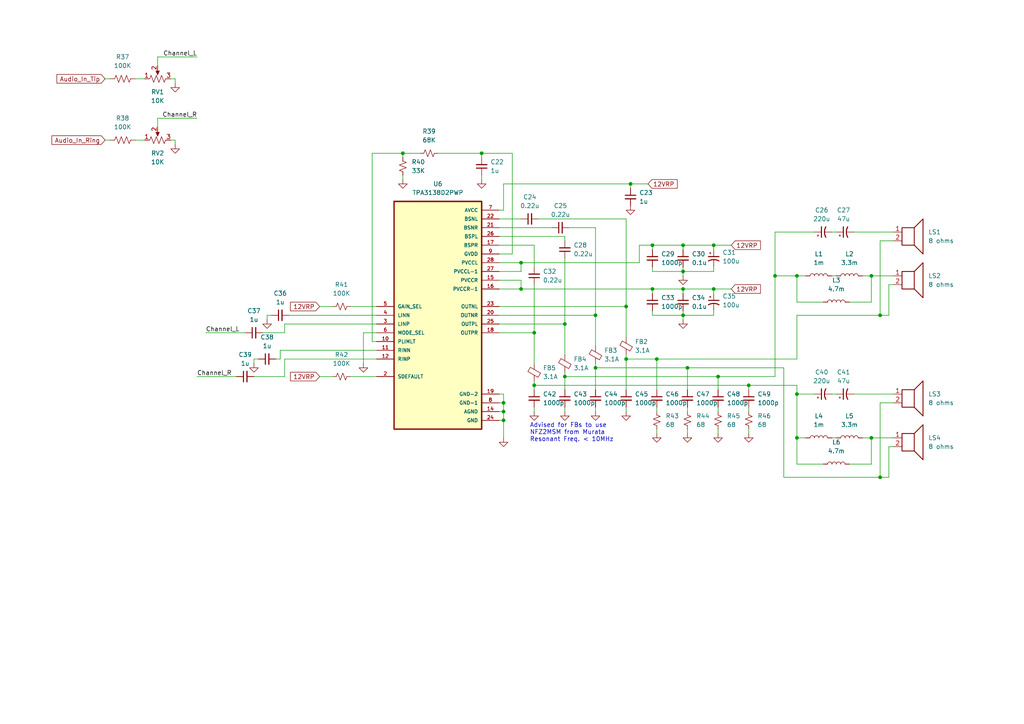
<source format=kicad_sch>
(kicad_sch (version 20211123) (generator eeschema)
  (paper "A4")
  (lib_symbols
    (symbol "Device:C_Polarized_Small_US" (pin_numbers hide) (pin_names (offset 0.254) hide)
      (property "Reference" "C" (at 0.254 1.778 0))
      (property "Value" "C_Polarized_Small_US" (at 0.254 -2.032 0))
      (symbol "C_Polarized_Small_US_0_1"
        (polyline (pts (xy -1.524 0.508) (xy 1.524 0.508)) (stroke (width 0.3048)))
        (polyline (pts (xy -1.27 1.524) (xy -0.762 1.524)))
        (polyline (pts (xy -1.016 1.27) (xy -1.016 1.778)))
        (arc (start 1.524 -0.762) (mid 0 -0.3734) (end -1.524 -0.762) (stroke (width 0.3048)))
      )
      (symbol "C_Polarized_Small_US_1_1"
        (pin passive line (at 0 2.54 270) (length 2.032) (name "~") (number "1"))
        (pin passive line (at 0 -2.54 90) (length 2.032) (name "~") (number "2"))
      )
    )
    (symbol "Device:C_Small" (pin_numbers hide) (pin_names (offset 0.254) hide)
      (property "Reference" "C" (at 0.254 1.778 0))
      (property "Value" "C_Small" (at 0.254 -2.032 0))
      (symbol "C_Small_0_1"
        (polyline (pts (xy -1.524 -0.508) (xy 1.524 -0.508)) (stroke (width 0.3302)))
        (polyline (pts (xy -1.524 0.508) (xy 1.524 0.508)) (stroke (width 0.3048)))
      )
      (symbol "C_Small_1_1"
        (pin passive line (at 0 2.54 270) (length 2.032) (name "~") (number "1"))
        (pin passive line (at 0 -2.54 90) (length 2.032) (name "~") (number "2"))
      )
    )
    (symbol "Device:FerriteBead_Small" (pin_numbers hide) (pin_names (offset 0))
      (property "Reference" "FB" (at 1.905 1.27 0))
      (property "Value" "FerriteBead_Small" (at 1.905 -1.27 0))
      (symbol "FerriteBead_Small_0_1"
        (polyline (pts (xy 0 -1.27) (xy 0 -0.7874)))
        (polyline (pts (xy 0 0.889) (xy 0 1.2954)))
        (polyline (pts (xy -1.8288 0.2794) (xy -1.1176 1.4986) (xy 1.8288 -0.2032) (xy 1.1176 -1.4224) (xy -1.8288 0.2794)))
      )
      (symbol "FerriteBead_Small_1_1"
        (pin passive line (at 0 2.54 270) (length 1.27) (name "~") (number "1"))
        (pin passive line (at 0 -2.54 90) (length 1.27) (name "~") (number "2"))
      )
    )
    (symbol "Device:L" (pin_numbers hide) (pin_names (offset 1.016) hide)
      (property "Reference" "L" (at -1.27 0 90))
      (property "Value" "L" (at 1.905 0 90))
      (symbol "L_0_1"
        (arc (start 0 -2.54) (mid 0.635 -1.905) (end 0 -1.27))
        (arc (start 0 -1.27) (mid 0.635 -0.635) (end 0 0))
        (arc (start 0 0) (mid 0.635 0.635) (end 0 1.27))
        (arc (start 0 1.27) (mid 0.635 1.905) (end 0 2.54))
      )
      (symbol "L_1_1"
        (pin passive line (at 0 3.81 270) (length 1.27) (name "1") (number "1"))
        (pin passive line (at 0 -3.81 90) (length 1.27) (name "2") (number "2"))
      )
    )
    (symbol "Device:R_Potentiometer_US" (pin_names (offset 1.016) hide)
      (property "Reference" "RV" (at -4.445 0 90))
      (property "Value" "R_Potentiometer_US" (at -2.54 0 90))
      (symbol "R_Potentiometer_US_0_1"
        (polyline (pts (xy 0 -2.286) (xy 0 -2.54)))
        (polyline (pts (xy 0 2.54) (xy 0 2.286)))
        (polyline (pts (xy 2.54 0) (xy 1.524 0)))
        (polyline (pts (xy 1.143 0) (xy 2.286 0.508) (xy 2.286 -0.508) (xy 1.143 0)) (fill (type outline)))
        (polyline (pts (xy 0 -0.762) (xy 1.016 -1.143) (xy 0 -1.524) (xy -1.016 -1.905) (xy 0 -2.286)))
        (polyline (pts (xy 0 0.762) (xy 1.016 0.381) (xy 0 0) (xy -1.016 -0.381) (xy 0 -0.762)))
        (polyline (pts (xy 0 2.286) (xy 1.016 1.905) (xy 0 1.524) (xy -1.016 1.143) (xy 0 0.762)))
      )
      (symbol "R_Potentiometer_US_1_1"
        (pin passive line (at 0 3.81 270) (length 1.27) (name "1") (number "1"))
        (pin passive line (at 3.81 0 180) (length 1.27) (name "2") (number "2"))
        (pin passive line (at 0 -3.81 90) (length 1.27) (name "3") (number "3"))
      )
    )
    (symbol "Device:R_Small_US" (pin_numbers hide) (pin_names (offset 0.254) hide)
      (property "Reference" "R" (at 0.762 0.508 0))
      (property "Value" "R_Small_US" (at 0.762 -1.016 0))
      (symbol "R_Small_US_1_1"
        (polyline (pts (xy 0 0) (xy 1.016 -0.381) (xy 0 -0.762) (xy -1.016 -1.143) (xy 0 -1.524)))
        (polyline (pts (xy 0 1.524) (xy 1.016 1.143) (xy 0 0.762) (xy -1.016 0.381) (xy 0 0)))
        (pin passive line (at 0 2.54 270) (length 1.016) (name "~") (number "1"))
        (pin passive line (at 0 -2.54 90) (length 1.016) (name "~") (number "2"))
      )
    )
    (symbol "Device:R_US" (pin_numbers hide) (pin_names (offset 0))
      (property "Reference" "R" (at 2.54 0 90))
      (property "Value" "R_US" (at -2.54 0 90))
      (symbol "R_US_0_1"
        (polyline (pts (xy 0 -2.286) (xy 0 -2.54)))
        (polyline (pts (xy 0 2.286) (xy 0 2.54)))
        (polyline (pts (xy 0 -0.762) (xy 1.016 -1.143) (xy 0 -1.524) (xy -1.016 -1.905) (xy 0 -2.286)))
        (polyline (pts (xy 0 0.762) (xy 1.016 0.381) (xy 0 0) (xy -1.016 -0.381) (xy 0 -0.762)))
        (polyline (pts (xy 0 2.286) (xy 1.016 1.905) (xy 0 1.524) (xy -1.016 1.143) (xy 0 0.762)))
      )
      (symbol "R_US_1_1"
        (pin passive line (at 0 3.81 270) (length 1.27) (name "~") (number "1"))
        (pin passive line (at 0 -3.81 90) (length 1.27) (name "~") (number "2"))
      )
    )
    (symbol "Device:Speaker" (pin_names (offset 0) hide)
      (property "Reference" "LS" (at 1.27 5.715 0))
      (property "Value" "Speaker" (at 1.27 3.81 0))
      (symbol "Speaker_0_0"
        (rectangle (start -2.54 1.27) (end 1.016 -3.81) (stroke (width 0.254)))
        (polyline (pts (xy 1.016 1.27) (xy 3.556 3.81) (xy 3.556 -6.35) (xy 1.016 -3.81)) (stroke (width 0.254)))
      )
      (symbol "Speaker_1_1"
        (pin input line (at -5.08 0 0) (length 2.54) (name "1") (number "1"))
        (pin input line (at -5.08 -2.54 0) (length 2.54) (name "2") (number "2"))
      )
    )
    (symbol "Specifics:TPA3138D2PWP" (pin_names (offset 1.016))
      (property "Reference" "U" (at -12.7 34.02 0))
      (property "Value" "TPA3138D2PWP" (at -12.7 -37.02 0))
      (symbol "TPA3138D2PWP_0_0"
        (rectangle (start -12.7 -33.02) (end 12.7 33.02) (stroke (width 0.41)) (fill (type background)))
        (pin input line (at -17.78 -7.62 0) (length 5.08) (name "PLIMLT") (number "10"))
        (pin input line (at -17.78 -10.16 0) (length 5.08) (name "RINN") (number "11"))
        (pin input line (at -17.78 -12.7 0) (length 5.08) (name "RINP") (number "12"))
        (pin power_in line (at 17.78 -27.94 180) (length 5.08) (name "AGND") (number "14"))
        (pin power_in line (at 17.78 10.16 180) (length 5.08) (name "PVCCR") (number "15"))
        (pin power_in line (at 17.78 7.62 180) (length 5.08) (name "PVCCR-1") (number "16"))
        (pin power_in line (at 17.78 20.32 180) (length 5.08) (name "BSPR") (number "17"))
        (pin output line (at 17.78 -5.08 180) (length 5.08) (name "OUTPR") (number "18"))
        (pin power_in line (at 17.78 -22.86 180) (length 5.08) (name "GND-2") (number "19"))
        (pin bidirectional line (at -17.78 -17.78 0) (length 5.08) (name "SDEFAULT") (number "2"))
        (pin output line (at 17.78 0 180) (length 5.08) (name "OUTNR") (number "20"))
        (pin power_in line (at 17.78 25.4 180) (length 5.08) (name "BSNR") (number "21"))
        (pin power_in line (at 17.78 27.94 180) (length 5.08) (name "BSNL") (number "22"))
        (pin output line (at 17.78 2.54 180) (length 5.08) (name "OUTNL") (number "23"))
        (pin power_in line (at 17.78 -30.48 180) (length 5.08) (name "GND") (number "24"))
        (pin output line (at 17.78 -2.54 180) (length 5.08) (name "OUTPL") (number "25"))
        (pin power_in line (at 17.78 22.86 180) (length 5.08) (name "BSPL") (number "26"))
        (pin power_in line (at 17.78 12.7 180) (length 5.08) (name "PVCCL-1") (number "27"))
        (pin power_in line (at 17.78 15.24 180) (length 5.08) (name "PVCCL") (number "28"))
        (pin input line (at -17.78 -2.54 0) (length 5.08) (name "LINP") (number "3"))
        (pin input line (at -17.78 0 0) (length 5.08) (name "LINN") (number "4"))
        (pin input line (at -17.78 2.54 0) (length 5.08) (name "GAIN_SEL") (number "5"))
        (pin input line (at -17.78 -5.08 0) (length 5.08) (name "MODE_SEL") (number "6"))
        (pin power_in line (at 17.78 30.48 180) (length 5.08) (name "AVCC") (number "7"))
        (pin power_in line (at 17.78 -25.4 180) (length 5.08) (name "GND-1") (number "8"))
        (pin power_in line (at 17.78 17.78 180) (length 5.08) (name "GVDD") (number "9"))
      )
    )
    (symbol "power:GND" (power) (pin_names (offset 0))
      (property "Value" "GND" (at 0 -3.81 0))
      (symbol "GND_0_1"
        (polyline (pts (xy 0 0) (xy 0 -1.27) (xy 1.27 -1.27) (xy 0 -2.54) (xy -1.27 -1.27) (xy 0 -1.27)))
      )
      (symbol "GND_1_1"
        (pin power_in line (at 0 0 270) (length 0) hide (name "GND") (number "1"))
      )
    )
  )
  (junction (at 231.14 114.3))
  (junction (at 181.61 104.14))
  (junction (at 217.17 111.76))
  (junction (at 172.72 106.68))
  (junction (at 198.12 71.12))
  (junction (at 116.84 44.45))
  (junction (at 182.88 53.34))
  (junction (at 172.72 91.44))
  (junction (at 207.01 83.82))
  (junction (at 207.01 71.12))
  (junction (at 163.83 109.22))
  (junction (at 252.73 127))
  (junction (at 224.79 80.01))
  (junction (at 231.14 127))
  (junction (at 146.05 116.84))
  (junction (at 139.7 44.45))
  (junction (at 199.39 106.68))
  (junction (at 163.83 93.98))
  (junction (at 151.13 83.82))
  (junction (at 198.12 83.82))
  (junction (at 146.05 119.38))
  (junction (at 154.94 96.52))
  (junction (at 255.27 91.44))
  (junction (at 151.13 76.2))
  (junction (at 189.23 83.82))
  (junction (at 252.73 80.01))
  (junction (at 198.12 91.44))
  (junction (at 208.28 109.22))
  (junction (at 189.23 71.12))
  (junction (at 154.94 111.76))
  (junction (at 255.27 138.43))
  (junction (at 181.61 88.9))
  (junction (at 198.12 78.74))
  (junction (at 231.14 80.01))
  (junction (at 190.5 104.14))
  (junction (at 146.05 121.92))
  (wire (pts (xy 198.12 71.12) (xy 189.23 71.12)))
  (wire (pts (xy 217.17 111.76) (xy 217.17 113.03)))
  (wire (pts (xy 148.59 73.66) (xy 148.59 44.45)))
  (wire (pts (xy 255.27 138.43) (xy 255.27 116.84)))
  (wire (pts (xy 255.27 91.44) (xy 257.81 91.44)))
  (wire (pts (xy 73.66 104.14) (xy 73.66 105.41)))
  (wire (pts (xy 231.14 87.63) (xy 231.14 80.01)))
  (wire (pts (xy 154.94 82.55) (xy 154.94 96.52)))
  (wire (pts (xy 255.27 138.43) (xy 257.81 138.43)))
  (wire (pts (xy 144.78 76.2) (xy 151.13 76.2)))
  (wire (pts (xy 189.23 71.12) (xy 189.23 72.39)))
  (wire (pts (xy 199.39 106.68) (xy 227.33 106.68)))
  (wire (pts (xy 151.13 78.74) (xy 151.13 76.2)))
  (wire (pts (xy 238.76 134.62) (xy 231.14 134.62)))
  (wire (pts (xy 116.84 44.45) (xy 121.92 44.45)))
  (wire (pts (xy 207.01 83.82) (xy 207.01 85.09)))
  (wire (pts (xy 181.61 102.87) (xy 181.61 104.14)))
  (wire (pts (xy 151.13 83.82) (xy 189.23 83.82)))
  (wire (pts (xy 247.65 114.3) (xy 259.08 114.3)))
  (wire (pts (xy 39.37 40.64) (xy 41.91 40.64)))
  (wire (pts (xy 189.23 78.74) (xy 198.12 78.74)))
  (wire (pts (xy 156.21 63.5) (xy 181.61 63.5)))
  (wire (pts (xy 144.78 91.44) (xy 172.72 91.44)))
  (wire (pts (xy 82.55 104.14) (xy 82.55 109.22)))
  (wire (pts (xy 207.01 91.44) (xy 198.12 91.44)))
  (wire (pts (xy 182.88 54.61) (xy 182.88 53.34)))
  (wire (pts (xy 172.72 106.68) (xy 199.39 106.68)))
  (wire (pts (xy 198.12 91.44) (xy 198.12 92.71)))
  (wire (pts (xy 255.27 69.85) (xy 259.08 69.85)))
  (wire (pts (xy 238.76 87.63) (xy 231.14 87.63)))
  (wire (pts (xy 83.82 91.44) (xy 109.22 91.44)))
  (wire (pts (xy 207.01 78.74) (xy 198.12 78.74)))
  (wire (pts (xy 198.12 83.82) (xy 198.12 85.09)))
  (wire (pts (xy 146.05 116.84) (xy 146.05 119.38)))
  (wire (pts (xy 190.5 124.46) (xy 190.5 125.73)))
  (wire (pts (xy 144.78 88.9) (xy 181.61 88.9)))
  (wire (pts (xy 217.17 118.11) (xy 217.17 119.38)))
  (wire (pts (xy 252.73 134.62) (xy 252.73 127)))
  (wire (pts (xy 163.83 118.11) (xy 163.83 119.38)))
  (wire (pts (xy 144.78 116.84) (xy 146.05 116.84)))
  (wire (pts (xy 172.72 106.68) (xy 172.72 113.03)))
  (wire (pts (xy 78.74 91.44) (xy 77.47 91.44)))
  (wire (pts (xy 241.3 67.31) (xy 242.57 67.31)))
  (wire (pts (xy 241.3 80.01) (xy 242.57 80.01)))
  (wire (pts (xy 154.94 96.52) (xy 154.94 105.41)))
  (wire (pts (xy 50.8 24.13) (xy 50.8 22.86)))
  (wire (pts (xy 257.81 129.54) (xy 259.08 129.54)))
  (wire (pts (xy 189.23 91.44) (xy 198.12 91.44)))
  (wire (pts (xy 154.94 111.76) (xy 217.17 111.76)))
  (wire (pts (xy 73.66 109.22) (xy 82.55 109.22)))
  (wire (pts (xy 50.8 22.86) (xy 49.53 22.86)))
  (wire (pts (xy 146.05 121.92) (xy 146.05 127)))
  (wire (pts (xy 163.83 68.58) (xy 163.83 69.85)))
  (wire (pts (xy 236.22 114.3) (xy 231.14 114.3)))
  (wire (pts (xy 207.01 77.47) (xy 207.01 78.74)))
  (wire (pts (xy 236.22 67.31) (xy 224.79 67.31)))
  (wire (pts (xy 144.78 81.28) (xy 151.13 81.28)))
  (wire (pts (xy 208.28 124.46) (xy 208.28 125.73)))
  (wire (pts (xy 81.28 101.6) (xy 109.22 101.6)))
  (wire (pts (xy 144.78 66.04) (xy 160.02 66.04)))
  (wire (pts (xy 144.78 60.96) (xy 146.05 60.96)))
  (wire (pts (xy 144.78 93.98) (xy 163.83 93.98)))
  (wire (pts (xy 82.55 104.14) (xy 109.22 104.14)))
  (wire (pts (xy 144.78 96.52) (xy 154.94 96.52)))
  (wire (pts (xy 146.05 60.96) (xy 146.05 53.34)))
  (wire (pts (xy 247.65 67.31) (xy 259.08 67.31)))
  (wire (pts (xy 50.8 41.91) (xy 50.8 40.64)))
  (wire (pts (xy 30.48 40.64) (xy 31.75 40.64)))
  (wire (pts (xy 198.12 90.17) (xy 198.12 91.44)))
  (wire (pts (xy 154.94 111.76) (xy 154.94 113.03)))
  (wire (pts (xy 45.72 19.05) (xy 45.72 16.51)))
  (wire (pts (xy 231.14 134.62) (xy 231.14 127)))
  (wire (pts (xy 148.59 44.45) (xy 139.7 44.45)))
  (wire (pts (xy 252.73 127) (xy 250.19 127)))
  (wire (pts (xy 144.78 68.58) (xy 163.83 68.58)))
  (wire (pts (xy 231.14 80.01) (xy 233.68 80.01)))
  (wire (pts (xy 92.71 109.22) (xy 96.52 109.22)))
  (wire (pts (xy 227.33 138.43) (xy 255.27 138.43)))
  (wire (pts (xy 144.78 121.92) (xy 146.05 121.92)))
  (wire (pts (xy 81.28 104.14) (xy 81.28 101.6)))
  (wire (pts (xy 181.61 113.03) (xy 181.61 104.14)))
  (wire (pts (xy 116.84 44.45) (xy 116.84 45.72)))
  (wire (pts (xy 241.3 127) (xy 242.57 127)))
  (wire (pts (xy 163.83 107.95) (xy 163.83 109.22)))
  (wire (pts (xy 198.12 78.74) (xy 198.12 80.01)))
  (wire (pts (xy 50.8 40.64) (xy 49.53 40.64)))
  (wire (pts (xy 181.61 118.11) (xy 181.61 119.38)))
  (wire (pts (xy 241.3 114.3) (xy 242.57 114.3)))
  (wire (pts (xy 82.55 93.98) (xy 109.22 93.98)))
  (wire (pts (xy 139.7 45.72) (xy 139.7 44.45)))
  (wire (pts (xy 139.7 44.45) (xy 127 44.45)))
  (wire (pts (xy 185.42 71.12) (xy 189.23 71.12)))
  (wire (pts (xy 144.78 63.5) (xy 151.13 63.5)))
  (wire (pts (xy 172.72 118.11) (xy 172.72 119.38)))
  (wire (pts (xy 146.05 53.34) (xy 182.88 53.34)))
  (wire (pts (xy 190.5 104.14) (xy 190.5 113.03)))
  (wire (pts (xy 163.83 109.22) (xy 163.83 113.03)))
  (wire (pts (xy 105.41 96.52) (xy 105.41 105.41)))
  (wire (pts (xy 207.01 71.12) (xy 207.01 72.39)))
  (wire (pts (xy 252.73 87.63) (xy 252.73 80.01)))
  (wire (pts (xy 257.81 91.44) (xy 257.81 82.55)))
  (wire (pts (xy 189.23 77.47) (xy 189.23 78.74)))
  (wire (pts (xy 181.61 104.14) (xy 190.5 104.14)))
  (wire (pts (xy 185.42 76.2) (xy 151.13 76.2)))
  (wire (pts (xy 231.14 111.76) (xy 217.17 111.76)))
  (wire (pts (xy 80.01 104.14) (xy 81.28 104.14)))
  (wire (pts (xy 146.05 119.38) (xy 146.05 121.92)))
  (wire (pts (xy 189.23 90.17) (xy 189.23 91.44)))
  (wire (pts (xy 144.78 78.74) (xy 151.13 78.74)))
  (wire (pts (xy 199.39 106.68) (xy 199.39 113.03)))
  (wire (pts (xy 76.2 96.52) (xy 82.55 96.52)))
  (wire (pts (xy 212.09 71.12) (xy 207.01 71.12)))
  (wire (pts (xy 116.84 50.8) (xy 116.84 52.07)))
  (wire (pts (xy 109.22 99.06) (xy 107.95 99.06)))
  (wire (pts (xy 39.37 22.86) (xy 41.91 22.86)))
  (wire (pts (xy 190.5 118.11) (xy 190.5 119.38)))
  (wire (pts (xy 109.22 96.52) (xy 105.41 96.52)))
  (wire (pts (xy 185.42 76.2) (xy 185.42 71.12)))
  (wire (pts (xy 257.81 138.43) (xy 257.81 129.54)))
  (wire (pts (xy 154.94 71.12) (xy 144.78 71.12)))
  (wire (pts (xy 255.27 91.44) (xy 255.27 69.85)))
  (wire (pts (xy 198.12 83.82) (xy 189.23 83.82)))
  (wire (pts (xy 224.79 80.01) (xy 224.79 109.22)))
  (wire (pts (xy 45.72 34.29) (xy 57.15 34.29)))
  (wire (pts (xy 252.73 80.01) (xy 250.19 80.01)))
  (wire (pts (xy 207.01 71.12) (xy 198.12 71.12)))
  (wire (pts (xy 199.39 124.46) (xy 199.39 125.73)))
  (wire (pts (xy 181.61 88.9) (xy 181.61 97.79)))
  (wire (pts (xy 231.14 91.44) (xy 255.27 91.44)))
  (wire (pts (xy 224.79 80.01) (xy 231.14 80.01)))
  (wire (pts (xy 101.6 109.22) (xy 109.22 109.22)))
  (wire (pts (xy 144.78 73.66) (xy 148.59 73.66)))
  (wire (pts (xy 198.12 71.12) (xy 198.12 72.39)))
  (wire (pts (xy 212.09 83.82) (xy 207.01 83.82)))
  (wire (pts (xy 107.95 44.45) (xy 116.84 44.45)))
  (wire (pts (xy 231.14 127) (xy 233.68 127)))
  (wire (pts (xy 163.83 93.98) (xy 163.83 102.87)))
  (wire (pts (xy 154.94 118.11) (xy 154.94 119.38)))
  (wire (pts (xy 45.72 36.83) (xy 45.72 34.29)))
  (wire (pts (xy 182.88 53.34) (xy 187.96 53.34)))
  (wire (pts (xy 246.38 134.62) (xy 252.73 134.62)))
  (wire (pts (xy 107.95 99.06) (xy 107.95 44.45)))
  (wire (pts (xy 59.69 96.52) (xy 71.12 96.52)))
  (wire (pts (xy 163.83 74.93) (xy 163.83 93.98)))
  (wire (pts (xy 172.72 66.04) (xy 172.72 91.44)))
  (wire (pts (xy 189.23 83.82) (xy 189.23 85.09)))
  (wire (pts (xy 139.7 52.07) (xy 139.7 50.8)))
  (wire (pts (xy 231.14 114.3) (xy 231.14 127)))
  (wire (pts (xy 181.61 63.5) (xy 181.61 88.9)))
  (wire (pts (xy 252.73 127) (xy 259.08 127)))
  (wire (pts (xy 255.27 116.84) (xy 259.08 116.84)))
  (wire (pts (xy 231.14 104.14) (xy 231.14 91.44)))
  (wire (pts (xy 199.39 118.11) (xy 199.39 119.38)))
  (wire (pts (xy 217.17 124.46) (xy 217.17 125.73)))
  (wire (pts (xy 101.6 88.9) (xy 109.22 88.9)))
  (wire (pts (xy 207.01 83.82) (xy 198.12 83.82)))
  (wire (pts (xy 151.13 81.28) (xy 151.13 83.82)))
  (wire (pts (xy 163.83 109.22) (xy 208.28 109.22)))
  (wire (pts (xy 207.01 90.17) (xy 207.01 91.44)))
  (wire (pts (xy 82.55 96.52) (xy 82.55 93.98)))
  (wire (pts (xy 146.05 114.3) (xy 146.05 116.84)))
  (wire (pts (xy 172.72 105.41) (xy 172.72 106.68)))
  (wire (pts (xy 30.48 22.86) (xy 31.75 22.86)))
  (wire (pts (xy 154.94 77.47) (xy 154.94 71.12)))
  (wire (pts (xy 190.5 104.14) (xy 231.14 104.14)))
  (wire (pts (xy 45.72 16.51) (xy 57.15 16.51)))
  (wire (pts (xy 208.28 118.11) (xy 208.28 119.38)))
  (wire (pts (xy 74.93 104.14) (xy 73.66 104.14)))
  (wire (pts (xy 144.78 119.38) (xy 146.05 119.38)))
  (wire (pts (xy 224.79 109.22) (xy 208.28 109.22)))
  (wire (pts (xy 252.73 80.01) (xy 259.08 80.01)))
  (wire (pts (xy 198.12 77.47) (xy 198.12 78.74)))
  (wire (pts (xy 172.72 91.44) (xy 172.72 100.33)))
  (wire (pts (xy 227.33 138.43) (xy 227.33 106.68)))
  (wire (pts (xy 92.71 88.9) (xy 96.52 88.9)))
  (wire (pts (xy 231.14 114.3) (xy 231.14 111.76)))
  (wire (pts (xy 246.38 87.63) (xy 252.73 87.63)))
  (wire (pts (xy 208.28 109.22) (xy 208.28 113.03)))
  (wire (pts (xy 154.94 110.49) (xy 154.94 111.76)))
  (wire (pts (xy 57.15 109.22) (xy 68.58 109.22)))
  (wire (pts (xy 165.1 66.04) (xy 172.72 66.04)))
  (wire (pts (xy 257.81 82.55) (xy 259.08 82.55)))
  (wire (pts (xy 144.78 114.3) (xy 146.05 114.3)))
  (wire (pts (xy 224.79 67.31) (xy 224.79 80.01)))
  (wire (pts (xy 77.47 91.44) (xy 77.47 92.71)))
  (wire (pts (xy 144.78 83.82) (xy 151.13 83.82)))
  (text "Advised for FBs to use\nNFZ2MSM from Murata\nResonant Freq. < 10MHz" (at 153.67 128.27 0) (effects (font (size 1.27 1.27)) (justify left bottom)))
  (label "Channel_R" (at 57.15 109.22 0))
  (label "Channel_R" (at 57.15 34.29 180))
  (label "Channel_L" (at 57.15 16.51 180))
  (label "Channel_L" (at 59.69 96.52 0))
  (global_label "Audio_In_Ring" (shape input) (at 30.48 40.64 180) (property "Intersheet References" "${INTERSHEET_REFS}" (effects hide)))
  (global_label "12VRP" (shape input) (at 92.71 88.9 180) (property "Intersheet References" "${INTERSHEET_REFS}" (effects hide)))
  (global_label "12VRP" (shape input) (at 212.09 83.82 0) (property "Intersheet References" "${INTERSHEET_REFS}" (effects hide)))
  (global_label "12VRP" (shape input) (at 92.71 109.22 180) (property "Intersheet References" "${INTERSHEET_REFS}" (effects hide)))
  (global_label "12VRP" (shape input) (at 212.09 71.12 0) (property "Intersheet References" "${INTERSHEET_REFS}" (effects hide)))
  (global_label "12VRP" (shape input) (at 187.96 53.34 0) (property "Intersheet References" "${INTERSHEET_REFS}" (effects hide)))
  (global_label "Audio_In_Tip" (shape input) (at 30.48 22.86 180) (property "Intersheet References" "${INTERSHEET_REFS}" (effects hide)))
  (symbol (lib_id "power:GND") (at 208.28 125.73 0) (unit 1)
    (property "Reference" "#PWR042" (effects hide))
    (property "Value" "GND" (effects hide))
  )
  (symbol (lib_id "Device:R_Small_US") (at 99.06 88.9 90) (unit 1)
    (property "Reference" "R41" (at 99.06 82.55 90))
    (property "Value" "100K" (at 99.06 85.09 90))
    (property "Footprint" "Resistor_SMD:R_0805_2012Metric_Pad1.20x1.40mm_HandSolder" (effects hide))
  )
  (symbol (lib_id "Device:L") (at 237.49 80.01 90) (unit 1)
    (property "Reference" "L1" (at 237.49 73.66 90))
    (property "Value" "1m" (at 237.49 76.2 90))
    (property "Footprint" "Inductor_THT:L_Radial_D9.5mm_P5.00mm_Fastron_07HVP" (effects hide))
  )
  (symbol (lib_id "power:GND") (at 50.8 24.13 0) (unit 1)
    (property "Reference" "#PWR026" (effects hide))
    (property "Value" "GND" (effects hide))
  )
  (symbol (lib_id "power:GND") (at 105.41 105.41 0) (unit 1)
    (property "Reference" "#PWR035" (effects hide))
    (property "Value" "GND" (effects hide))
  )
  (symbol (lib_id "power:GND") (at 198.12 80.01 0) (unit 1)
    (property "Reference" "#PWR031" (effects hide))
    (property "Value" "GND" (effects hide))
  )
  (symbol (lib_id "Device:Speaker") (at 264.16 127 0) (unit 1)
    (property "Reference" "LS4" (at 269.24 126.9999 0) (effects (justify left)))
    (property "Value" "8 ohms" (at 269.24 129.5399 0) (effects (justify left)))
    (property "Footprint" "Connector_Wire:SolderWire-2.5sqmm_1x02_P7.2mm_D2.4mm_OD3.6mm" (effects hide))
  )
  (symbol (lib_id "Device:R_Small_US") (at 217.17 121.92 180) (unit 1)
    (property "Reference" "R46" (at 219.71 120.6499 0) (effects (justify right)))
    (property "Value" "68" (at 219.71 123.1899 0) (effects (justify right)))
    (property "Footprint" "Resistor_SMD:R_0805_2012Metric_Pad1.20x1.40mm_HandSolder" (effects hide))
  )
  (symbol (lib_id "power:GND") (at 139.7 52.07 0) (unit 1)
    (property "Reference" "#PWR029" (effects hide))
    (property "Value" "GND" (effects hide))
  )
  (symbol (lib_id "Device:C_Small") (at 153.67 63.5 90) (unit 1)
    (property "Reference" "C24" (at 153.6763 57.15 90))
    (property "Value" "0.22u" (at 153.6763 59.69 90))
    (property "Footprint" "Capacitor_SMD:C_0805_2012Metric_Pad1.18x1.45mm_HandSolder" (effects hide))
  )
  (symbol (lib_id "Device:C_Polarized_Small_US") (at 245.11 67.31 90) (unit 1)
    (property "Reference" "C27" (at 244.6782 60.96 90))
    (property "Value" "47u" (at 244.6782 63.5 90))
    (property "Footprint" "Capacitor_THT:CP_Radial_D6.3mm_P2.50mm" (effects hide))
  )
  (symbol (lib_id "Device:C_Small") (at 198.12 87.63 0) (unit 1)
    (property "Reference" "C34" (at 200.66 86.3662 0) (effects (justify left)))
    (property "Value" "0.1u" (at 200.66 88.9062 0) (effects (justify left)))
    (property "Footprint" "Capacitor_SMD:C_0805_2012Metric_Pad1.18x1.45mm_HandSolder" (effects hide))
  )
  (symbol (lib_id "Device:R_Small_US") (at 116.84 48.26 180) (unit 1)
    (property "Reference" "R40" (at 119.38 46.9899 0) (effects (justify right)))
    (property "Value" "33K" (at 119.38 49.5299 0) (effects (justify right)))
    (property "Footprint" "Resistor_SMD:R_0805_2012Metric_Pad1.20x1.40mm_HandSolder" (effects hide))
  )
  (symbol (lib_id "Device:Speaker") (at 264.16 67.31 0) (unit 1)
    (property "Reference" "LS1" (at 269.24 67.3099 0) (effects (justify left)))
    (property "Value" "8 ohms" (at 269.24 69.8499 0) (effects (justify left)))
    (property "Footprint" "Connector_Wire:SolderWire-2.5sqmm_1x02_P7.2mm_D2.4mm_OD3.6mm" (effects hide))
  )
  (symbol (lib_id "Device:C_Small") (at 163.83 115.57 0) (unit 1)
    (property "Reference" "C43" (at 166.37 114.3062 0) (effects (justify left)))
    (property "Value" "1000p" (at 166.37 116.8462 0) (effects (justify left)))
    (property "Footprint" "Capacitor_SMD:C_0805_2012Metric_Pad1.18x1.45mm_HandSolder" (effects hide))
  )
  (symbol (lib_id "Device:C_Small") (at 154.94 80.01 180) (unit 1)
    (property "Reference" "C32" (at 157.48 78.7335 0) (effects (justify right)))
    (property "Value" "0.22u" (at 157.48 81.2735 0) (effects (justify right)))
    (property "Footprint" "Capacitor_SMD:C_0805_2012Metric_Pad1.18x1.45mm_HandSolder" (effects hide))
  )
  (symbol (lib_id "Device:C_Small") (at 190.5 115.57 0) (unit 1)
    (property "Reference" "C46" (at 193.04 114.3062 0) (effects (justify left)))
    (property "Value" "1000p" (at 193.04 116.8462 0) (effects (justify left)))
    (property "Footprint" "Capacitor_SMD:C_0805_2012Metric_Pad1.18x1.45mm_HandSolder" (effects hide))
  )
  (symbol (lib_id "power:GND") (at 172.72 119.38 0) (unit 1)
    (property "Reference" "#PWR038" (effects hide))
    (property "Value" "GND" (effects hide))
  )
  (symbol (lib_id "Device:L") (at 246.38 80.01 90) (unit 1)
    (property "Reference" "L2" (at 246.38 73.66 90))
    (property "Value" "3.3m" (at 246.38 76.2 90))
    (property "Footprint" "Inductor_THT:L_Radial_D9.5mm_P5.00mm_Fastron_07HVP" (effects hide))
  )
  (symbol (lib_id "Device:R_Small_US") (at 199.39 121.92 180) (unit 1)
    (property "Reference" "R44" (at 201.93 120.6499 0) (effects (justify right)))
    (property "Value" "68" (at 201.93 123.1899 0) (effects (justify right)))
    (property "Footprint" "Resistor_SMD:R_0805_2012Metric_Pad1.20x1.40mm_HandSolder" (effects hide))
  )
  (symbol (lib_id "Device:Speaker") (at 264.16 80.01 0) (unit 1)
    (property "Reference" "LS2" (at 269.24 80.0099 0) (effects (justify left)))
    (property "Value" "8 ohms" (at 269.24 82.5499 0) (effects (justify left)))
    (property "Footprint" "Connector_Wire:SolderWire-2.5sqmm_1x02_P7.2mm_D2.4mm_OD3.6mm" (effects hide))
  )
  (symbol (lib_id "power:GND") (at 182.88 59.69 0) (unit 1)
    (property "Reference" "#PWR030" (effects hide))
    (property "Value" "GND" (effects hide))
  )
  (symbol (lib_id "power:GND") (at 181.61 119.38 0) (unit 1)
    (property "Reference" "#PWR039" (effects hide))
    (property "Value" "GND" (effects hide))
  )
  (symbol (lib_id "power:GND") (at 154.94 119.38 0) (unit 1)
    (property "Reference" "#PWR036" (effects hide))
    (property "Value" "GND" (effects hide))
  )
  (symbol (lib_id "Device:FerriteBead_Small") (at 163.83 105.41 180) (unit 1)
    (property "Reference" "FB4" (at 166.37 104.178 0) (effects (justify right)))
    (property "Value" "3.1A" (at 166.37 106.718 0) (effects (justify right)))
    (property "Footprint" "Specifics:BEADC2016X100N" (effects hide))
  )
  (symbol (lib_id "Device:R_US") (at 35.56 22.86 90) (unit 1)
    (property "Reference" "R37" (at 35.56 16.51 90))
    (property "Value" "100K" (at 35.56 19.05 90))
    (property "Footprint" "Resistor_SMD:R_0805_2012Metric_Pad1.20x1.40mm_HandSolder" (effects hide))
  )
  (symbol (lib_id "Device:C_Small") (at 81.28 91.44 90) (unit 1)
    (property "Reference" "C36" (at 81.2863 85.09 90))
    (property "Value" "1u" (at 81.2863 87.63 90))
    (property "Footprint" "Capacitor_THT:CP_Radial_D5.0mm_P2.50mm" (effects hide))
  )
  (symbol (lib_id "Device:C_Small") (at 77.47 104.14 90) (unit 1)
    (property "Reference" "C38" (at 77.4763 97.79 90))
    (property "Value" "1u" (at 77.4763 100.33 90))
    (property "Footprint" "Capacitor_THT:CP_Radial_D5.0mm_P2.50mm" (effects hide))
  )
  (symbol (lib_id "Device:R_Small_US") (at 190.5 121.92 180) (unit 1)
    (property "Reference" "R43" (at 193.04 120.6499 0) (effects (justify right)))
    (property "Value" "68" (at 193.04 123.1899 0) (effects (justify right)))
    (property "Footprint" "Resistor_SMD:R_0805_2012Metric_Pad1.20x1.40mm_HandSolder" (effects hide))
  )
  (symbol (lib_id "power:GND") (at 116.84 52.07 0) (unit 1)
    (property "Reference" "#PWR028" (effects hide))
    (property "Value" "GND" (effects hide))
  )
  (symbol (lib_id "Device:FerriteBead_Small") (at 181.61 100.33 180) (unit 1)
    (property "Reference" "FB2" (at 184.15 99.098 0) (effects (justify right)))
    (property "Value" "3.1A" (at 184.15 101.638 0) (effects (justify right)))
    (property "Footprint" "Specifics:BEADC2016X100N" (effects hide))
  )
  (symbol (lib_id "Device:C_Polarized_Small_US") (at 238.76 67.31 90) (unit 1)
    (property "Reference" "C26" (at 238.3282 60.96 90))
    (property "Value" "220u" (at 238.3282 63.5 90))
    (property "Footprint" "Capacitor_THT:CP_Radial_D6.3mm_P2.50mm" (effects hide))
  )
  (symbol (lib_id "Device:FerriteBead_Small") (at 172.72 102.87 180) (unit 1)
    (property "Reference" "FB3" (at 175.26 101.638 0) (effects (justify right)))
    (property "Value" "3.1A" (at 175.26 104.178 0) (effects (justify right)))
    (property "Footprint" "Specifics:BEADC2016X100N" (effects hide))
  )
  (symbol (lib_id "Device:C_Polarized_Small_US") (at 238.76 114.3 90) (unit 1)
    (property "Reference" "C40" (at 238.3282 107.95 90))
    (property "Value" "220u" (at 238.3282 110.49 90))
    (property "Footprint" "Capacitor_THT:CP_Radial_D6.3mm_P2.50mm" (effects hide))
  )
  (symbol (lib_id "Device:C_Polarized_Small_US") (at 207.01 74.93 0) (unit 1)
    (property "Reference" "C31" (at 209.55 73.2281 0) (effects (justify left)))
    (property "Value" "100u" (at 209.55 75.7681 0) (effects (justify left)))
    (property "Footprint" "Capacitor_THT:CP_Radial_D5.0mm_P2.50mm" (effects hide))
  )
  (symbol (lib_id "power:GND") (at 199.39 125.73 0) (unit 1)
    (property "Reference" "#PWR041" (effects hide))
    (property "Value" "GND" (effects hide))
  )
  (symbol (lib_id "Device:C_Small") (at 163.83 72.39 180) (unit 1)
    (property "Reference" "C28" (at 166.37 71.1135 0) (effects (justify right)))
    (property "Value" "0.22u" (at 166.37 73.6535 0) (effects (justify right)))
    (property "Footprint" "Capacitor_SMD:C_0805_2012Metric_Pad1.18x1.45mm_HandSolder" (effects hide))
  )
  (symbol (lib_id "Device:C_Small") (at 217.17 115.57 0) (unit 1)
    (property "Reference" "C49" (at 219.71 114.3062 0) (effects (justify left)))
    (property "Value" "1000p" (at 219.71 116.8462 0) (effects (justify left)))
    (property "Footprint" "Capacitor_SMD:C_0805_2012Metric_Pad1.18x1.45mm_HandSolder" (effects hide))
  )
  (symbol (lib_id "Device:C_Small") (at 73.66 96.52 90) (unit 1)
    (property "Reference" "C37" (at 73.6663 90.17 90))
    (property "Value" "1u" (at 73.6663 92.71 90))
    (property "Footprint" "Capacitor_THT:CP_Radial_D5.0mm_P2.50mm" (effects hide))
  )
  (symbol (lib_id "Device:C_Small") (at 208.28 115.57 0) (unit 1)
    (property "Reference" "C48" (at 210.82 114.3062 0) (effects (justify left)))
    (property "Value" "1000p" (at 210.82 116.8462 0) (effects (justify left)))
    (property "Footprint" "Capacitor_SMD:C_0805_2012Metric_Pad1.18x1.45mm_HandSolder" (effects hide))
  )
  (symbol (lib_id "power:GND") (at 77.47 92.71 0) (unit 1)
    (property "Reference" "#PWR032" (effects hide))
    (property "Value" "GND" (effects hide))
  )
  (symbol (lib_id "Device:C_Small") (at 189.23 74.93 0) (unit 1)
    (property "Reference" "C29" (at 191.77 73.6662 0) (effects (justify left)))
    (property "Value" "1000p" (at 191.77 76.2062 0) (effects (justify left)))
    (property "Footprint" "Capacitor_SMD:C_0805_2012Metric_Pad1.18x1.45mm_HandSolder" (effects hide))
  )
  (symbol (lib_id "Device:R_US") (at 35.56 40.64 90) (unit 1)
    (property "Reference" "R38" (at 35.56 34.29 90))
    (property "Value" "100K" (at 35.56 36.83 90))
    (property "Footprint" "Resistor_SMD:R_0805_2012Metric_Pad1.20x1.40mm_HandSolder" (effects hide))
  )
  (symbol (lib_id "Device:C_Small") (at 172.72 115.57 0) (unit 1)
    (property "Reference" "C44" (at 175.26 114.3062 0) (effects (justify left)))
    (property "Value" "1000p" (at 175.26 116.8462 0) (effects (justify left)))
    (property "Footprint" "Capacitor_SMD:C_0805_2012Metric_Pad1.18x1.45mm_HandSolder" (effects hide))
  )
  (symbol (lib_id "Device:R_Small_US") (at 208.28 121.92 180) (unit 1)
    (property "Reference" "R45" (at 210.82 120.6499 0) (effects (justify right)))
    (property "Value" "68" (at 210.82 123.1899 0) (effects (justify right)))
    (property "Footprint" "Resistor_SMD:R_0805_2012Metric_Pad1.20x1.40mm_HandSolder" (effects hide))
  )
  (symbol (lib_id "Device:C_Small") (at 154.94 115.57 0) (unit 1)
    (property "Reference" "C42" (at 157.48 114.3062 0) (effects (justify left)))
    (property "Value" "1000p" (at 157.48 116.8462 0) (effects (justify left)))
    (property "Footprint" "Capacitor_SMD:C_0805_2012Metric_Pad1.18x1.45mm_HandSolder" (effects hide))
  )
  (symbol (lib_id "Device:Speaker") (at 264.16 114.3 0) (unit 1)
    (property "Reference" "LS3" (at 269.24 114.2999 0) (effects (justify left)))
    (property "Value" "8 ohms" (at 269.24 116.8399 0) (effects (justify left)))
    (property "Footprint" "Connector_Wire:SolderWire-2.5sqmm_1x02_P7.2mm_D2.4mm_OD3.6mm" (effects hide))
  )
  (symbol (lib_id "Specifics:TPA3138D2PWP") (at 127 91.44 0) (unit 1)
    (property "Reference" "U6" (at 127 53.34 0))
    (property "Value" "TPA3138D2PWP" (at 127 55.88 0))
    (property "Footprint" "Specifics:IC_TPS61196PWPRQ1" (effects hide))
  )
  (symbol (lib_id "Device:R_Small_US") (at 99.06 109.22 90) (unit 1)
    (property "Reference" "R42" (at 99.06 102.87 90))
    (property "Value" "100K" (at 99.06 105.41 90))
    (property "Footprint" "Resistor_SMD:R_0805_2012Metric_Pad1.20x1.40mm_HandSolder" (effects hide))
  )
  (symbol (lib_id "Device:C_Polarized_Small_US") (at 245.11 114.3 90) (unit 1)
    (property "Reference" "C41" (at 244.6782 107.95 90))
    (property "Value" "47u" (at 244.6782 110.49 90))
    (property "Footprint" "Capacitor_THT:CP_Radial_D6.3mm_P2.50mm" (effects hide))
  )
  (symbol (lib_id "Device:R_Small_US") (at 124.46 44.45 90) (unit 1)
    (property "Reference" "R39" (at 124.46 38.1 90))
    (property "Value" "68K" (at 124.46 40.64 90))
    (property "Footprint" "Resistor_SMD:R_0805_2012Metric_Pad1.20x1.40mm_HandSolder" (effects hide))
  )
  (symbol (lib_id "Device:C_Small") (at 162.56 66.04 90) (unit 1)
    (property "Reference" "C25" (at 162.5663 59.69 90))
    (property "Value" "0.22u" (at 162.5663 62.23 90))
    (property "Footprint" "Capacitor_SMD:C_0805_2012Metric_Pad1.18x1.45mm_HandSolder" (effects hide))
  )
  (symbol (lib_id "Device:C_Small") (at 189.23 87.63 0) (unit 1)
    (property "Reference" "C33" (at 191.77 86.3662 0) (effects (justify left)))
    (property "Value" "1000p" (at 191.77 88.9062 0) (effects (justify left)))
    (property "Footprint" "Capacitor_SMD:C_0805_2012Metric_Pad1.18x1.45mm_HandSolder" (effects hide))
  )
  (symbol (lib_id "Device:L") (at 246.38 127 90) (unit 1)
    (property "Reference" "L5" (at 246.38 120.65 90))
    (property "Value" "3.3m" (at 246.38 123.19 90))
    (property "Footprint" "Inductor_THT:L_Radial_D9.5mm_P5.00mm_Fastron_07HVP" (effects hide))
  )
  (symbol (lib_id "Device:C_Small") (at 199.39 115.57 0) (unit 1)
    (property "Reference" "C47" (at 201.93 114.3062 0) (effects (justify left)))
    (property "Value" "1000p" (at 201.93 116.8462 0) (effects (justify left)))
    (property "Footprint" "Capacitor_SMD:C_0805_2012Metric_Pad1.18x1.45mm_HandSolder" (effects hide))
  )
  (symbol (lib_id "Device:C_Polarized_Small_US") (at 207.01 87.63 0) (unit 1)
    (property "Reference" "C35" (at 209.55 85.9281 0) (effects (justify left)))
    (property "Value" "100u" (at 209.55 88.4681 0) (effects (justify left)))
    (property "Footprint" "Capacitor_THT:CP_Radial_D5.0mm_P2.50mm" (effects hide))
  )
  (symbol (lib_id "Device:C_Small") (at 71.12 109.22 90) (unit 1)
    (property "Reference" "C39" (at 71.1263 102.87 90))
    (property "Value" "1u" (at 71.1263 105.41 90))
    (property "Footprint" "Capacitor_THT:CP_Radial_D5.0mm_P2.50mm" (effects hide))
  )
  (symbol (lib_id "Device:R_Potentiometer_US") (at 45.72 22.86 90) (unit 1)
    (property "Reference" "RV1" (at 45.72 26.67 90))
    (property "Value" "10K" (at 45.72 29.21 90))
    (property "Footprint" "Potentiometer_THT:Potentiometer_Vishay_148-149_Single_Vertical" (effects hide))
  )
  (symbol (lib_id "Device:L") (at 242.57 87.63 90) (unit 1)
    (property "Reference" "L3" (at 242.57 81.28 90))
    (property "Value" "4.7m" (at 242.57 83.82 90))
    (property "Footprint" "Inductor_THT:L_Radial_D9.5mm_P5.00mm_Fastron_07HVP" (effects hide))
  )
  (symbol (lib_id "Device:C_Small") (at 181.61 115.57 0) (unit 1)
    (property "Reference" "C45" (at 184.15 114.3062 0) (effects (justify left)))
    (property "Value" "1000p" (at 184.15 116.8462 0) (effects (justify left)))
    (property "Footprint" "Capacitor_SMD:C_0805_2012Metric_Pad1.18x1.45mm_HandSolder" (effects hide))
  )
  (symbol (lib_id "Device:L") (at 242.57 134.62 90) (unit 1)
    (property "Reference" "L6" (at 242.57 128.27 90))
    (property "Value" "4.7m" (at 242.57 130.81 90))
    (property "Footprint" "Inductor_THT:L_Radial_D9.5mm_P5.00mm_Fastron_07HVP" (effects hide))
  )
  (symbol (lib_id "power:GND") (at 73.66 105.41 0) (unit 1)
    (property "Reference" "#PWR034" (effects hide))
    (property "Value" "GND" (effects hide))
  )
  (symbol (lib_id "power:GND") (at 50.8 41.91 0) (unit 1)
    (property "Reference" "#PWR027" (effects hide))
    (property "Value" "GND" (effects hide))
  )
  (symbol (lib_id "power:GND") (at 146.05 127 0) (unit 1)
    (property "Reference" "#PWR044" (effects hide))
    (property "Value" "GND" (effects hide))
  )
  (symbol (lib_id "Device:L") (at 237.49 127 90) (unit 1)
    (property "Reference" "L4" (at 237.49 120.65 90))
    (property "Value" "1m" (at 237.49 123.19 90))
    (property "Footprint" "Inductor_THT:L_Radial_D9.5mm_P5.00mm_Fastron_07HVP" (effects hide))
  )
  (symbol (lib_id "power:GND") (at 198.12 92.71 0) (unit 1)
    (property "Reference" "#PWR033" (effects hide))
    (property "Value" "GND" (effects hide))
  )
  (symbol (lib_id "Device:C_Small") (at 198.12 74.93 0) (unit 1)
    (property "Reference" "C30" (at 200.66 73.6662 0) (effects (justify left)))
    (property "Value" "0.1u" (at 200.66 76.2062 0) (effects (justify left)))
    (property "Footprint" "Capacitor_SMD:C_0805_2012Metric_Pad1.18x1.45mm_HandSolder" (effects hide))
  )
  (symbol (lib_id "power:GND") (at 217.17 125.73 0) (unit 1)
    (property "Reference" "#PWR043" (effects hide))
    (property "Value" "GND" (effects hide))
  )
  (symbol (lib_id "Device:FerriteBead_Small") (at 154.94 107.95 180) (unit 1)
    (property "Reference" "FB5" (at 157.48 106.718 0) (effects (justify right)))
    (property "Value" "3.1A" (at 157.48 109.258 0) (effects (justify right)))
    (property "Footprint" "Specifics:BEADC2016X100N" (effects hide))
  )
  (symbol (lib_id "Device:R_Potentiometer_US") (at 45.72 40.64 90) (unit 1)
    (property "Reference" "RV2" (at 45.72 44.45 90))
    (property "Value" "10K" (at 45.72 46.99 90))
    (property "Footprint" "Potentiometer_THT:Potentiometer_Vishay_148-149_Single_Vertical" (effects hide))
  )
  (symbol (lib_id "Device:C_Small") (at 182.88 57.15 0) (unit 1)
    (property "Reference" "C23" (at 185.42 55.8862 0) (effects (justify left)))
    (property "Value" "1u" (at 185.42 58.4262 0) (effects (justify left)))
    (property "Footprint" "Capacitor_THT:CP_Radial_D5.0mm_P2.50mm" (effects hide))
  )
  (symbol (lib_id "power:GND") (at 163.83 119.38 0) (unit 1)
    (property "Reference" "#PWR037" (effects hide))
    (property "Value" "GND" (effects hide))
  )
  (symbol (lib_id "power:GND") (at 190.5 125.73 0) (unit 1)
    (property "Reference" "#PWR040" (effects hide))
    (property "Value" "GND" (effects hide))
  )
  (symbol (lib_id "Device:C_Small") (at 139.7 48.26 180) (unit 1)
    (property "Reference" "C22" (at 142.24 46.9835 0) (effects (justify right)))
    (property "Value" "1u" (at 142.24 49.5235 0) (effects (justify right)))
    (property "Footprint" "Capacitor_THT:CP_Radial_D5.0mm_P2.50mm" (effects hide))
  )
)
</source>
